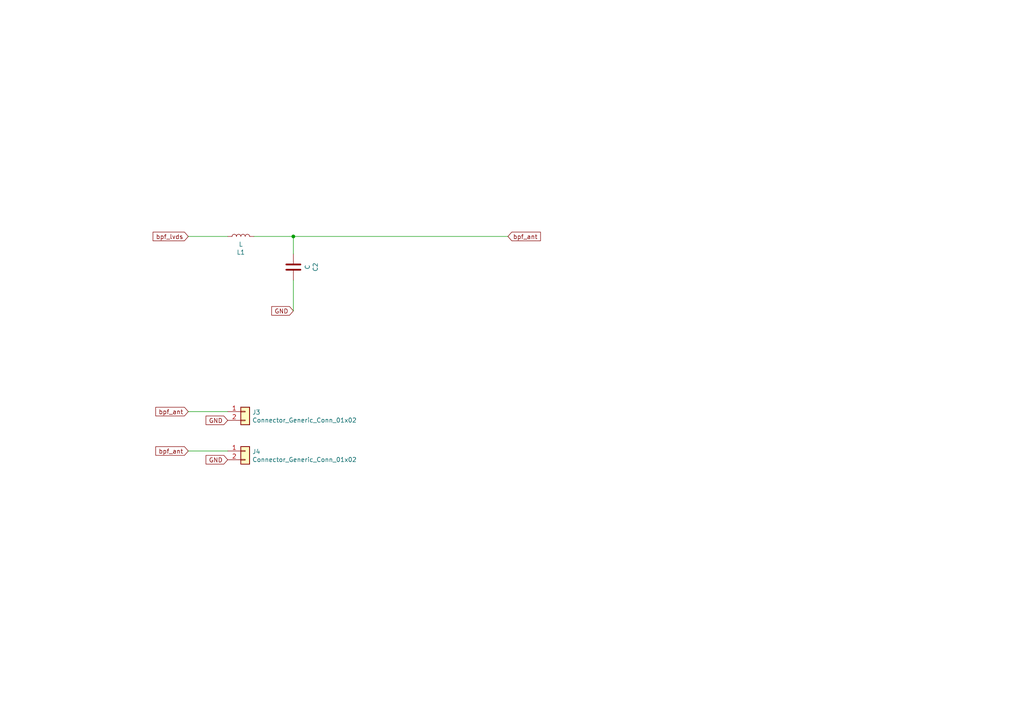
<source format=kicad_sch>
(kicad_sch (version 20211123) (generator eeschema)
  (paper "A4")
  (lib_symbols
    (symbol "Device:C" (pin_numbers hide) (pin_names (offset 0.254))
      (property "Reference" "C" (at 0.635 2.54 0))
      (property "Value" "C" (at 0.635 -2.54 0))
      (symbol "C_0_1"
        (polyline (pts (xy -2.032 -0.762) (xy 2.032 -0.762)) (stroke (width 0.508)))
        (polyline (pts (xy -2.032 0.762) (xy 2.032 0.762)) (stroke (width 0.508)))
      )
      (symbol "C_1_1"
        (pin passive line (at 0 3.81 270) (length 2.794) (name "~") (number "1"))
        (pin passive line (at 0 -3.81 90) (length 2.794) (name "~") (number "2"))
      )
    )
    (symbol "Device:L" (pin_numbers hide) (pin_names (offset 1.016) hide)
      (property "Reference" "L" (at -1.27 0 90))
      (property "Value" "L" (at 1.905 0 90))
      (symbol "L_0_1"
        (arc (start 0 -2.54) (mid 0.635 -1.905) (end 0 -1.27))
        (arc (start 0 -1.27) (mid 0.635 -0.635) (end 0 0))
        (arc (start 0 0) (mid 0.635 0.635) (end 0 1.27))
        (arc (start 0 1.27) (mid 0.635 1.905) (end 0 2.54))
      )
      (symbol "L_1_1"
        (pin passive line (at 0 3.81 270) (length 1.27) (name "1") (number "1"))
        (pin passive line (at 0 -3.81 90) (length 1.27) (name "2") (number "2"))
      )
    )
    (symbol "bgt:Connector_Generic_Conn_01x02" (pin_names (offset 1.016) hide)
      (property "Reference" "J" (at 0 2.54 0))
      (property "Value" "bgt_Connector_Generic_Conn_01x02" (at 0 -5.08 0))
      (symbol "Connector_Generic_Conn_01x02_1_1"
        (rectangle (start -1.27 -2.413) (end 0 -2.667) (stroke (width 0.1524)))
        (rectangle (start -1.27 0.127) (end 0 -0.127) (stroke (width 0.1524)))
        (rectangle (start -1.27 1.27) (end 1.27 -3.81) (stroke (width 0.254)) (fill (type background)))
        (pin passive line (at -5.08 0 0) (length 3.81) (name "Pin_1") (number "1"))
        (pin passive line (at -5.08 -2.54 0) (length 3.81) (name "Pin_2") (number "2"))
      )
    )
  )
  (junction (at 85.09 68.58))
  (wire (pts (xy 54.61 119.38) (xy 66.04 119.38)))
  (wire (pts (xy 85.09 68.58) (xy 85.09 73.66)))
  (wire (pts (xy 73.66 68.58) (xy 85.09 68.58)))
  (wire (pts (xy 85.09 68.58) (xy 147.32 68.58)))
  (wire (pts (xy 85.09 81.28) (xy 85.09 90.17)))
  (wire (pts (xy 54.61 130.81) (xy 66.04 130.81)))
  (wire (pts (xy 66.04 68.58) (xy 54.61 68.58)))
  (global_label "GND" (shape input) (at 66.04 121.92 180) (property "Intersheet References" "${INTERSHEET_REFS}" (effects hide)))
  (global_label "GND" (shape input) (at 66.04 133.35 180) (property "Intersheet References" "${INTERSHEET_REFS}" (effects hide)))
  (global_label "bpf_lvds" (shape input) (at 54.61 68.58 180) (property "Intersheet References" "${INTERSHEET_REFS}" (effects hide)))
  (global_label "bpf_ant" (shape input) (at 147.32 68.58 0) (property "Intersheet References" "${INTERSHEET_REFS}" (effects hide)))
  (global_label "bpf_ant" (shape input) (at 54.61 130.81 180) (property "Intersheet References" "${INTERSHEET_REFS}" (effects hide)))
  (global_label "bpf_ant" (shape input) (at 54.61 119.38 180) (property "Intersheet References" "${INTERSHEET_REFS}" (effects hide)))
  (global_label "GND" (shape input) (at 85.09 90.17 180) (property "Intersheet References" "${INTERSHEET_REFS}" (effects hide)))
  (symbol (lib_id "Device:C") (at 85.09 77.47 180) (unit 1)
    (property "Reference" "C2" (at 91.4908 77.47 90))
    (property "Value" "C" (at 89.1794 77.47 90))
    (property "Footprint" "Capacitor_SMD:C_1206_3216Metric" (effects hide))
  )
  (symbol (lib_id "bgt:Connector_Generic_Conn_01x02") (at 71.12 130.81 0) (unit 1)
    (property "Reference" "J4" (at 73.152 131.0132 0) (effects (justify left)))
    (property "Value" "Connector_Generic_Conn_01x02" (at 73.152 133.3246 0) (effects (justify left)))
    (property "Footprint" "Connector_PinHeader_2.54mm:PinHeader_1x02_P2.54mm_Vertical" (effects hide))
  )
  (symbol (lib_id "Device:L") (at 69.85 68.58 90) (unit 1)
    (property "Reference" "L1" (at 69.85 73.1774 90))
    (property "Value" "L" (at 69.85 70.866 90))
    (property "Footprint" "Inductor_SMD:L_1206_3216Metric" (effects hide))
  )
  (symbol (lib_id "bgt:Connector_Generic_Conn_01x02") (at 71.12 119.38 0) (unit 1)
    (property "Reference" "J3" (at 73.152 119.5832 0) (effects (justify left)))
    (property "Value" "Connector_Generic_Conn_01x02" (at 73.152 121.8946 0) (effects (justify left)))
    (property "Footprint" "Connector_PinHeader_2.54mm:PinHeader_1x02_P2.54mm_Vertical" (effects hide))
  )
)
</source>
